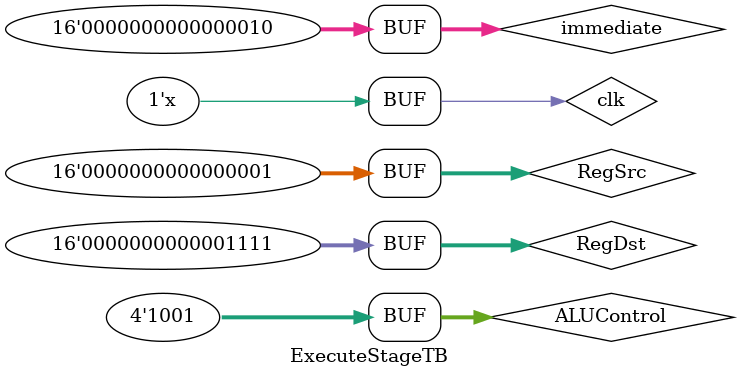
<source format=v>
module ExecuteStageTB();

reg clk;
reg [3:0] ALUControl;
reg [15:0] RegSrc, RegDst, immediate;
wire [3:0] newStatus;
wire [15:0] ALUResult;

ExecuteStage exe (ALUControl,RegSrc, RegDst, immediate, newStatus, ALUResult);

initial begin 	
	clk = 0;

	// ADD
	ALUControl = 4'b0000;
	RegSrc = 5;
	RegDst = 6;
	#10
	if (ALUResult == 11 && newStatus[2] == 0) begin
		$display("ADD with carry 0 success");
	end else begin
		$display("ADD with carry 0 faild");
	end
	
	#10
	RegSrc = 16'b1000000000001111;
	RegDst = 16'b1000000000001111;
	#10
	if (ALUResult == 16'b0000000000011110 && newStatus[2] == 1) begin
		$display("ADD with carry 1 success");
	end else begin
		$display("ADD with carry 1 faild");
	end

	// SUB
	#10
	ALUControl = 4'b0001;
	RegSrc = 2;
	RegDst = 5;
	#10
	if (ALUResult == 3) begin
		$display("SUB with zero 0 success");
	end else begin
		$display("SUB with zero 0 faild");
	end
	

	#10
	RegSrc = 5;
	RegDst = 5;
	#10
	if (ALUResult == 0 && newStatus[0] == 1) begin
		$display("SUB with zero 1 success");
	end else begin
		$display("SUB with zero 1 faild");
	end

	// AND
	#10
	ALUControl = 4'b0010;
	RegSrc = 5;
	RegDst = 5;
	#10
	if (ALUResult == 5) begin
		$display("AND success");
	end else begin
		$display("AND faild");
	end

	// SHL
	#10
	ALUControl = 4'b0100;
	RegSrc = 16'b0000000000001111;
	immediate = 2;
	#10
	if (ALUResult == 16'b0000000000111100) begin
		$display("SHL with carry 0 success");
	end else begin
		$display("SHL with carry 0 faild");
	end

	#10
	RegSrc = 16'b1100000000001111;
	immediate = 2;
	#10
	if (ALUResult == 16'b0000000000111100 && newStatus[2] == 1) begin
		$display("SHL with carry 1 success");
	end else begin
		$display("SHL with carry 1 faild");
	end

	// SHR
	#10
	ALUControl = 4'b0101;
	RegSrc = 16'b0000000111100000;
	immediate = 2;
	#10
	if (ALUResult == 16'b0000000001111000) begin
		$display("SHR with carry 0 success");
	end else begin
		$display("SHR with carry 0 faild");
	end

	#10
	RegSrc = 16'b0000000000001111;
	immediate = 2;
	#10
	if (ALUResult == 16'b0000000000000011 && newStatus[2] == 1) begin
		$display("SHR with carry 1 success");
	end else begin
		$display("SHR with carry 1 faild");
	end

	// NOT
	#10
	ALUControl = 4'b0110;
	RegSrc = 16'b0000000000001111;
	#10
	if (ALUResult == 16'b1111111111110000) begin
		$display("NOT success");
	end else begin
		$display("NOT faild");
	end

	// PASS First
	#10
	ALUControl = 4'b1010;
	RegSrc = 16'b0000000000000000;
	RegDst = 16'b0000000000001111;
	#10
	if (ALUResult == 16'b0000000000000000) begin
		$display("PASS First success");
	end else begin
		$display("PASS First faild");
	end

	// PASS Second
	#10
	ALUControl = 4'b0111;
	RegSrc = 16'b0000000000000000;
	RegDst = 16'b0000000000001111;
	#10
	if (ALUResult == 16'b0000000000001111) begin
		$display("PASS Second success");
	end else begin
		$display("PASS Second faild");
	end

	// INC
	#10
	ALUControl = 4'b1000;
	RegSrc = 0;
	#10
	if (ALUResult == 1) begin
		$display("INC success");
	end else begin
		$display("INC faild");
	end

	// DEC
	#10
	ALUControl = 4'b1001;
	RegSrc = 1;
	#10
	if (ALUResult == 0) begin
		$display("DEC success");
	end else begin
		$display("DEC faild");
	end

end

always #10 clk = !clk;

endmodule

</source>
